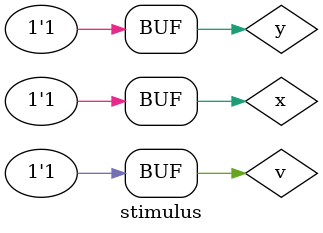
<source format=v>

`timescale 1ns / 1ps
module stimulus;
	// Inputs
	reg x;
	reg y;
    reg v;
	// Outputs
	wire z;
	// Instantiate the Unit Under Test (UUT)
	and_gate3 uut (
		x, 
		y, 
        v,
		z
	);
 
	initial begin
	$dumpfile("test3.vcd");
    $dumpvars(0,stimulus);
		// Initialize Inputs
		x = 0;
		y = 0;
        v = 0;
 
	#20 x = 1;
	#20 y = 1;
    #20 v = 0;

	#20 y = 0;	
	#20 x = 1;
    #20 v = 1;	

    #20 y = 1;	
	#20 x = 1;
    #20 v = 1;	

	#40 ;
 
	end  
 
		initial begin
		 $monitor("t=%3d x=%d,y=%d,v=%d, z=%d \n",$time,x,y,v,z, );
		 end
 
endmodule
 
 

</source>
